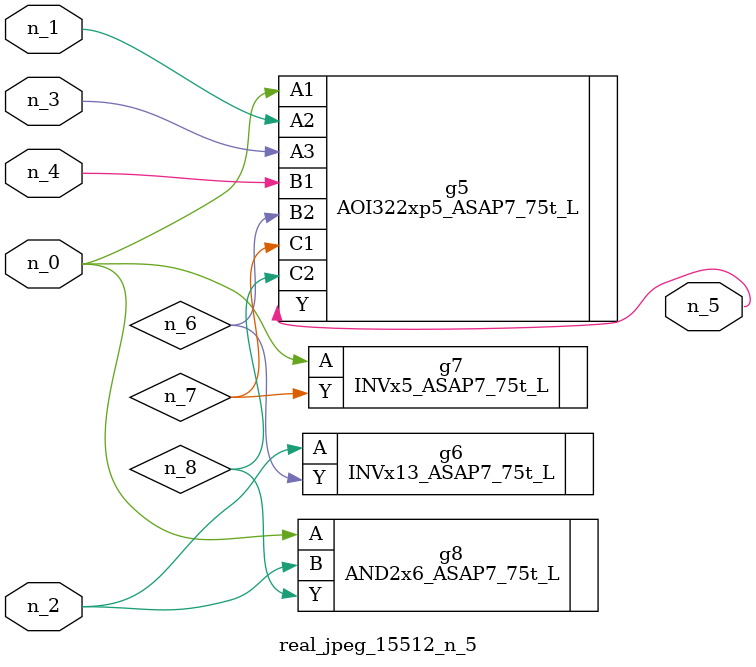
<source format=v>
module real_jpeg_15512_n_5 (n_4, n_0, n_1, n_2, n_3, n_5);

input n_4;
input n_0;
input n_1;
input n_2;
input n_3;

output n_5;

wire n_8;
wire n_6;
wire n_7;

AOI322xp5_ASAP7_75t_L g5 ( 
.A1(n_0),
.A2(n_1),
.A3(n_3),
.B1(n_4),
.B2(n_6),
.C1(n_7),
.C2(n_8),
.Y(n_5)
);

INVx5_ASAP7_75t_L g7 ( 
.A(n_0),
.Y(n_7)
);

AND2x6_ASAP7_75t_L g8 ( 
.A(n_0),
.B(n_2),
.Y(n_8)
);

INVx13_ASAP7_75t_L g6 ( 
.A(n_2),
.Y(n_6)
);


endmodule
</source>
